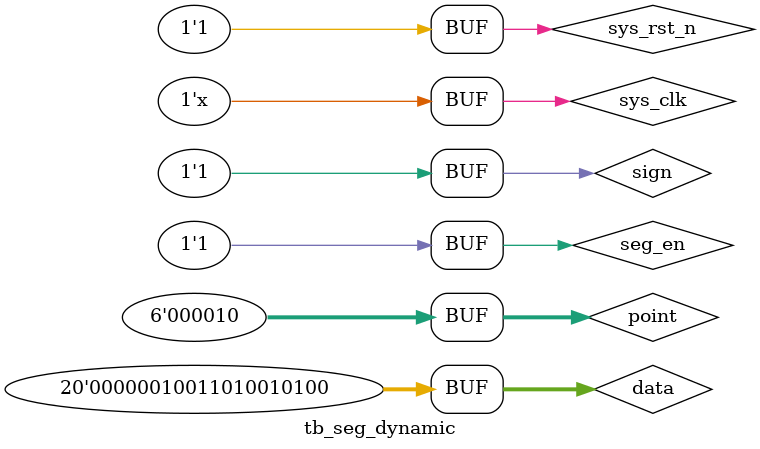
<source format=v>
`timescale  1ns/1ns
module  tb_seg_dynamic();

reg             sys_clk     ;
reg             sys_rst_n   ;
reg     [19:0]  data        ;
reg     [5:0]   point       ;
reg             sign        ;
reg             seg_en      ;

wire    [5:0]   sel         ;
wire    [7:0]   seg         ;

initial
    begin
        sys_clk =   1'b1;
        sys_rst_n   <=  1'b0;
        data    <=  20'd0;
        point   <=  6'b0;
        sign    <=  1'b0;
        seg_en  <=  1'b0;
        #30
        sys_rst_n   <=  1'b1;
        data    <=  20'd9876;
        point   <=  6'b000_010;
        sign    <=  1'b1;
        seg_en  <=  1'b1;
    end

always  #10 sys_clk = ~sys_clk;
defparam    seg_dynamic_inst.CNT_MAX = 20'd5;
seg_dynamic seg_dynamic_inst
(
    .sys_clk     (sys_clk),
    .sys_rst_n   (sys_rst_n),
    .data        (data     ),
    .point       (point    ),
    .sign        (sign     ),
    .seg_en      (seg_en   ),

    .sel         (sel      ),
    .seg         (seg      )
);

endmodule
</source>
